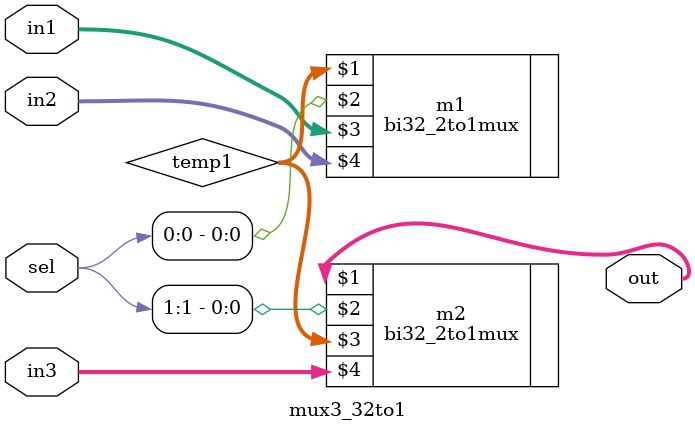
<source format=v>
`include "mux2_32to1.v"

module mux3_32to1(out,sel,in1,in2,in3);
  input [31:0] in1,in2,in3;
  output [31:0] out;
  input [1:0] sel;
  wire [31:0] temp1;
  bi32_2to1mux m1(temp1,sel[0],in1,in2);
  bi32_2to1mux m2(out,sel[1],temp1,in3);
endmodule

// module tb_32bit2to1mux;
// reg [31:0] INP1, INP2,INP3;
// reg [1:0] SEL;
// wire [31:0] out;
// mux3_32to1 M1(out,SEL,INP1,INP2,INP3);
// initial begin
// $monitor($time," out=%b sel= %b inp1=%b inp2=%b inp3=&b  \n",out,SEL,INP1,INP2,INP3);
//     end
// initial
// begin
// INP1 = 32'b00000000000000000000000000000000;
// INP2 = 32'b11111111111111111111111111111111;
// INP3 = 32'b10000000000000111111111111111111;

// SEL=2'b01;
// // $monitor($time," out=%b sel= %b inp1=%b inp2=%b\n",out,SEL,INP1,INP2);
// #100 SEL=2'b10;
// #500 SEL=2'b00;
// // $monitor($time," out=%b sel= %b inp1=%b inp2=%b\n",out,SEL,INP1,INP2);
// #1000 $finish;
// end
// endmodule 
</source>
